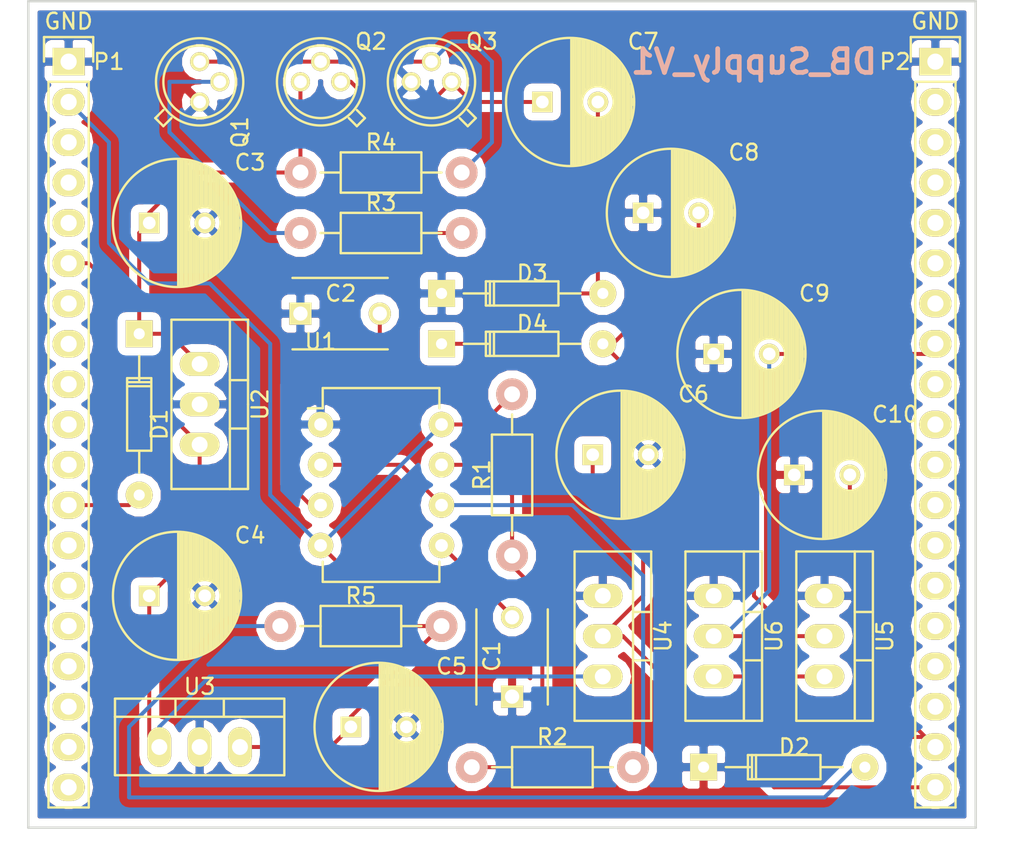
<source format=kicad_pcb>
(kicad_pcb (version 4) (host pcbnew 4.0.3+e1-6302~38~ubuntu16.04.1-stable)
  (layers (0 F.Cu signal) (31 B.Cu signal) (34 B.Paste user) (35 F.Paste user) (36 B.SilkS user) (37 F.SilkS user) (38 B.Mask user) (39 F.Mask user) (44 Edge.Cuts user))
  (net 0 "")
  (net 1 GND)
  (net 2 "Net-(C1-Pad2)")
  (net 3 "Net-(C2-Pad2)")
  (net 4 "Net-(C3-Pad1)")
  (net 5 "Net-(C4-Pad1)")
  (net 6 VCC)
  (net 7 "Net-(C6-Pad1)")
  (net 8 "Net-(C7-Pad2)")
  (net 9 "Net-(C7-Pad1)")
  (net 10 "Net-(C8-Pad2)")
  (net 11 "Net-(C9-Pad2)")
  (net 12 "Net-(C10-Pad2)")
  (net 13 "Net-(D1-Pad2)")
  (net 14 "Net-(D2-Pad2)")
  (net 15 "Net-(P1-Pad3)")
  (net 16 "Net-(P1-Pad4)")
  (net 17 "Net-(P1-Pad5)")
  (net 18 "Net-(P1-Pad7)")
  (net 19 "Net-(P1-Pad8)")
  (net 20 "Net-(P1-Pad9)")
  (net 21 "Net-(P1-Pad10)")
  (net 22 "Net-(P1-Pad11)")
  (net 23 "Net-(P1-Pad13)")
  (net 24 "Net-(P1-Pad14)")
  (net 25 "Net-(P1-Pad15)")
  (net 26 "Net-(P1-Pad16)")
  (net 27 "Net-(P1-Pad17)")
  (net 28 "Net-(P1-Pad18)")
  (net 29 "Net-(P1-Pad19)")
  (net 30 "Net-(P2-Pad2)")
  (net 31 "Net-(P2-Pad3)")
  (net 32 "Net-(P2-Pad4)")
  (net 33 "Net-(P2-Pad5)")
  (net 34 "Net-(P2-Pad6)")
  (net 35 "Net-(P2-Pad7)")
  (net 36 "Net-(P2-Pad9)")
  (net 37 "Net-(P2-Pad10)")
  (net 38 "Net-(P2-Pad11)")
  (net 39 "Net-(P2-Pad12)")
  (net 40 "Net-(P2-Pad13)")
  (net 41 "Net-(P2-Pad14)")
  (net 42 "Net-(P2-Pad15)")
  (net 43 "Net-(P2-Pad16)")
  (net 44 "Net-(P2-Pad17)")
  (net 45 "Net-(Q1-Pad2)")
  (net 46 "Net-(Q1-Pad3)")
  (net 47 "Net-(R1-Pad1)")
  (net 48 "Net-(R3-Pad2)")
  (module Echopen:C_TH_common (layer F.Cu) (at 60.96 84.455 90)
    (fp_text reference C1 (at 2.54 -1.27 90) (layer F.SilkS))
    (fp_text value 10n)
    (pad 1 thru_hole rect (at 0 0 90) (size 1.4 1.4) (drill 0.9) (layers *.Cu *.Mask F.SilkS) (net 1 GND))
    (pad 2 thru_hole circle (at 5 0 90) (size 1.4 1.4) (drill 0.9) (layers *.Cu *.Mask F.SilkS) (net 2 "Net-(C1-Pad2)"))
  )
  (module Echopen:C_TH_common (layer F.Cu) (at 47.625 60.325)
    (fp_text reference C2 (at 2.54 -1.27) (layer F.SilkS))
    (fp_text value 47n)
    (pad 1 thru_hole rect (at 0 0) (size 1.4 1.4) (drill 0.9) (layers *.Cu *.Mask F.SilkS) (net 1 GND))
    (pad 2 thru_hole circle (at 5 0) (size 1.4 1.4) (drill 0.9) (layers *.Cu *.Mask F.SilkS) (net 3 "Net-(C2-Pad2)"))
  )
  (module Echopen:CP_TH_common (layer F.Cu) (at 38.1 54.61)
    (fp_text reference C3 (at 6.35 -3.81) (layer F.SilkS))
    (fp_text value 220u)
    (pad 2 thru_hole circle (at 3.5 0) (size 1.3 1.3) (drill 0.8) (layers *.Cu *.Mask F.SilkS) (net 1 GND))
    (pad 1 thru_hole rect (at 0 0) (size 1.3 1.3) (drill 0.8) (layers *.Cu *.Mask F.SilkS) (net 4 "Net-(C3-Pad1)"))
  )
  (module Echopen:CP_TH_common (layer F.Cu) (at 38.1 78.105)
    (fp_text reference C4 (at 6.35 -3.81) (layer F.SilkS))
    (fp_text value 47u)
    (pad 2 thru_hole circle (at 3.5 0) (size 1.3 1.3) (drill 0.8) (layers *.Cu *.Mask F.SilkS) (net 1 GND))
    (pad 1 thru_hole rect (at 0 0) (size 1.3 1.3) (drill 0.8) (layers *.Cu *.Mask F.SilkS) (net 5 "Net-(C4-Pad1)"))
  )
  (module Echopen:CP_TH_common (layer F.Cu) (at 50.8 86.36)
    (fp_text reference C5 (at 6.35 -3.81) (layer F.SilkS))
    (fp_text value 47u)
    (pad 2 thru_hole circle (at 3.5 0) (size 1.3 1.3) (drill 0.8) (layers *.Cu *.Mask F.SilkS) (net 1 GND))
    (pad 1 thru_hole rect (at 0 0) (size 1.3 1.3) (drill 0.8) (layers *.Cu *.Mask F.SilkS) (net 6 VCC))
  )
  (module Echopen:CP_TH_common (layer F.Cu) (at 66.04 69.215)
    (fp_text reference C6 (at 6.35 -3.81) (layer F.SilkS))
    (fp_text value 47u)
    (pad 2 thru_hole circle (at 3.5 0) (size 1.3 1.3) (drill 0.8) (layers *.Cu *.Mask F.SilkS) (net 1 GND))
    (pad 1 thru_hole rect (at 0 0) (size 1.3 1.3) (drill 0.8) (layers *.Cu *.Mask F.SilkS) (net 7 "Net-(C6-Pad1)"))
  )
  (module Echopen:CP_TH_common (layer F.Cu) (at 62.865 46.99)
    (fp_text reference C7 (at 6.35 -3.81) (layer F.SilkS))
    (fp_text value 47u)
    (pad 2 thru_hole circle (at 3.5 0) (size 1.3 1.3) (drill 0.8) (layers *.Cu *.Mask F.SilkS) (net 8 "Net-(C7-Pad2)"))
    (pad 1 thru_hole rect (at 0 0) (size 1.3 1.3) (drill 0.8) (layers *.Cu *.Mask F.SilkS) (net 9 "Net-(C7-Pad1)"))
  )
  (module Echopen:CP_TH_common (layer F.Cu) (at 69.215 53.975)
    (fp_text reference C8 (at 6.35 -3.81) (layer F.SilkS))
    (fp_text value 47u)
    (pad 2 thru_hole circle (at 3.5 0) (size 1.3 1.3) (drill 0.8) (layers *.Cu *.Mask F.SilkS) (net 10 "Net-(C8-Pad2)"))
    (pad 1 thru_hole rect (at 0 0) (size 1.3 1.3) (drill 0.8) (layers *.Cu *.Mask F.SilkS) (net 1 GND))
  )
  (module Echopen:CP_TH_common (layer F.Cu) (at 73.66 62.865)
    (fp_text reference C9 (at 6.35 -3.81) (layer F.SilkS))
    (fp_text value 47u)
    (pad 2 thru_hole circle (at 3.5 0) (size 1.3 1.3) (drill 0.8) (layers *.Cu *.Mask F.SilkS) (net 11 "Net-(C9-Pad2)"))
    (pad 1 thru_hole rect (at 0 0) (size 1.3 1.3) (drill 0.8) (layers *.Cu *.Mask F.SilkS) (net 1 GND))
  )
  (module Echopen:CP_TH_common (layer F.Cu) (at 78.74 70.485)
    (fp_text reference C10 (at 6.35 -3.81) (layer F.SilkS))
    (fp_text value 47u)
    (pad 2 thru_hole circle (at 3.5 0) (size 1.3 1.3) (drill 0.8) (layers *.Cu *.Mask F.SilkS) (net 12 "Net-(C10-Pad2)"))
    (pad 1 thru_hole rect (at 0 0) (size 1.3 1.3) (drill 0.8) (layers *.Cu *.Mask F.SilkS) (net 1 GND))
  )
  (module Echopen:D_TH_common (layer F.Cu) (at 37.465 61.595 270)
    (fp_text reference D1 (at 5.715 -1.27 270) (layer F.SilkS))
    (fp_text value 1N4001)
    (pad 2 thru_hole circle (at 10.16052 -0.00254 90) (size 1.69926 1.69926) (drill 0.70104) (layers *.Cu *.Mask F.SilkS) (net 13 "Net-(D1-Pad2)"))
    (pad 1 thru_hole rect (at 0.00052 -0.00254 90) (size 1.69926 1.69926) (drill 0.70104) (layers *.Cu *.Mask F.SilkS) (net 4 "Net-(C3-Pad1)"))
  )
  (module Echopen:D_TH_common (layer F.Cu) (at 73.025 88.9)
    (fp_text reference D2 (at 5.715 -1.27) (layer F.SilkS))
    (fp_text value LED)
    (pad 2 thru_hole circle (at 10.16052 -0.00254 180) (size 1.69926 1.69926) (drill 0.70104) (layers *.Cu *.Mask F.SilkS) (net 14 "Net-(D2-Pad2)"))
    (pad 1 thru_hole rect (at 0.00052 -0.00254 180) (size 1.69926 1.69926) (drill 0.70104) (layers *.Cu *.Mask F.SilkS) (net 1 GND))
  )
  (module Echopen:D_TH_common (layer F.Cu) (at 56.515 59.055)
    (fp_text reference D3 (at 5.715 -1.27) (layer F.SilkS))
    (fp_text value 1N4001)
    (pad 2 thru_hole circle (at 10.16052 -0.00254 180) (size 1.69926 1.69926) (drill 0.70104) (layers *.Cu *.Mask F.SilkS) (net 8 "Net-(C7-Pad2)"))
    (pad 1 thru_hole rect (at 0.00052 -0.00254 180) (size 1.69926 1.69926) (drill 0.70104) (layers *.Cu *.Mask F.SilkS) (net 1 GND))
  )
  (module Echopen:D_TH_common (layer F.Cu) (at 56.515 62.23)
    (fp_text reference D4 (at 5.715 -1.27) (layer F.SilkS))
    (fp_text value 1N4001)
    (pad 2 thru_hole circle (at 10.16052 -0.00254 180) (size 1.69926 1.69926) (drill 0.70104) (layers *.Cu *.Mask F.SilkS) (net 10 "Net-(C8-Pad2)"))
    (pad 1 thru_hole rect (at 0.00052 -0.00254 180) (size 1.69926 1.69926) (drill 0.70104) (layers *.Cu *.Mask F.SilkS) (net 8 "Net-(C7-Pad2)"))
  )
  (module Echopen:TO-18_TH_common (layer F.Cu) (at 41.275 45.72 270)
    (fp_text reference Q1 (at 3.175 -2.54 270) (layer F.SilkS))
    (fp_text value 2N2222)
    (pad 1 thru_hole circle (at 1.27 0 270) (size 1.2 1.2) (drill 0.8) (layers *.Cu *.Mask F.SilkS) (net 1 GND))
    (pad 2 thru_hole circle (at 0 -1.27 270) (size 1.2 1.2) (drill 0.8) (layers *.Cu *.Mask F.SilkS) (net 45 "Net-(Q1-Pad2)"))
    (pad 3 thru_hole circle (at -1.27 0 270) (size 1.2 1.2) (drill 0.8) (layers *.Cu *.Mask F.SilkS) (net 46 "Net-(Q1-Pad3)"))
  )
  (module Echopen:TO-18_TH_common (layer F.Cu) (at 48.895 45.72)
    (fp_text reference Q2 (at 3.175 -2.54) (layer F.SilkS))
    (fp_text value 2N2222)
    (pad 1 thru_hole circle (at 1.27 0) (size 1.2 1.2) (drill 0.8) (layers *.Cu *.Mask F.SilkS) (net 9 "Net-(C7-Pad1)"))
    (pad 2 thru_hole circle (at 0 -1.27) (size 1.2 1.2) (drill 0.8) (layers *.Cu *.Mask F.SilkS) (net 46 "Net-(Q1-Pad3)"))
    (pad 3 thru_hole circle (at -1.27 0) (size 1.2 1.2) (drill 0.8) (layers *.Cu *.Mask F.SilkS) (net 4 "Net-(C3-Pad1)"))
  )
  (module Echopen:TO-18_TH_common (layer F.Cu) (at 55.88 45.72)
    (fp_text reference Q3 (at 3.175 -2.54) (layer F.SilkS))
    (fp_text value 2N2907)
    (pad 1 thru_hole circle (at 1.27 0) (size 1.2 1.2) (drill 0.8) (layers *.Cu *.Mask F.SilkS) (net 9 "Net-(C7-Pad1)"))
    (pad 2 thru_hole circle (at 0 -1.27) (size 1.2 1.2) (drill 0.8) (layers *.Cu *.Mask F.SilkS) (net 46 "Net-(Q1-Pad3)"))
    (pad 3 thru_hole circle (at -1.27 0) (size 1.2 1.2) (drill 0.8) (layers *.Cu *.Mask F.SilkS) (net 1 GND))
  )
  (module Echopen:Resistor_TH_common (layer F.Cu) (at 60.96 75.565 90)
    (fp_text reference R1 (at 5.08 -1.905 90) (layer F.SilkS))
    (fp_text value 2.2k)
    (pad 1 thru_hole circle (at 0 0 90) (size 1.99898 1.99898) (drill 1.00076) (layers *.Cu *.SilkS *.Mask) (net 47 "Net-(R1-Pad1)"))
    (pad 2 thru_hole circle (at 10.16 0 90) (size 1.99898 1.99898) (drill 1.00076) (layers *.Cu *.SilkS *.Mask) (net 6 VCC))
  )
  (module Echopen:Resistor_TH_common (layer F.Cu) (at 58.42 88.9)
    (fp_text reference R2 (at 5.08 -1.905) (layer F.SilkS))
    (fp_text value 12k)
    (pad 1 thru_hole circle (at 0 0) (size 1.99898 1.99898) (drill 1.00076) (layers *.Cu *.SilkS *.Mask) (net 47 "Net-(R1-Pad1)"))
    (pad 2 thru_hole circle (at 10.16 0) (size 1.99898 1.99898) (drill 1.00076) (layers *.Cu *.SilkS *.Mask) (net 3 "Net-(C2-Pad2)"))
  )
  (module Echopen:Resistor_TH_common (layer F.Cu) (at 47.625 55.245)
    (fp_text reference R3 (at 5.08 -1.905) (layer F.SilkS))
    (fp_text value 3.3k)
    (pad 1 thru_hole circle (at 0 0) (size 1.99898 1.99898) (drill 1.00076) (layers *.Cu *.SilkS *.Mask) (net 45 "Net-(Q1-Pad2)"))
    (pad 2 thru_hole circle (at 10.16 0) (size 1.99898 1.99898) (drill 1.00076) (layers *.Cu *.SilkS *.Mask) (net 48 "Net-(R3-Pad2)"))
  )
  (module Echopen:Resistor_TH_common (layer F.Cu) (at 47.625 51.435)
    (fp_text reference R4 (at 5.08 -1.905) (layer F.SilkS))
    (fp_text value 1.8k)
    (pad 1 thru_hole circle (at 0 0) (size 1.99898 1.99898) (drill 1.00076) (layers *.Cu *.SilkS *.Mask) (net 4 "Net-(C3-Pad1)"))
    (pad 2 thru_hole circle (at 10.16 0) (size 1.99898 1.99898) (drill 1.00076) (layers *.Cu *.SilkS *.Mask) (net 46 "Net-(Q1-Pad3)"))
  )
  (module Echopen:Resistor_TH_common (layer F.Cu) (at 46.355 80.01)
    (fp_text reference R5 (at 5.08 -1.905) (layer F.SilkS))
    (fp_text value 270)
    (pad 1 thru_hole circle (at 0 0) (size 1.99898 1.99898) (drill 1.00076) (layers *.Cu *.SilkS *.Mask) (net 14 "Net-(D2-Pad2)"))
    (pad 2 thru_hole circle (at 10.16 0) (size 1.99898 1.99898) (drill 1.00076) (layers *.Cu *.SilkS *.Mask) (net 6 VCC))
  )
  (module Housings_DIP:DIP-8_W7.62mm (layer F.Cu) (at 48.895 67.31)
    (fp_text reference U1 (at 0 -5.22) (layer F.SilkS))
    (fp_text value LM555N)
    (pad 1 thru_hole oval (at 0 0) (size 1.6 1.6) (drill 0.8) (layers *.Cu *.Mask F.SilkS) (net 1 GND))
    (pad 2 thru_hole oval (at 0 2.54) (size 1.6 1.6) (drill 0.8) (layers *.Cu *.Mask F.SilkS) (net 3 "Net-(C2-Pad2)"))
    (pad 3 thru_hole oval (at 0 5.08) (size 1.6 1.6) (drill 0.8) (layers *.Cu *.Mask F.SilkS) (net 48 "Net-(R3-Pad2)"))
    (pad 4 thru_hole oval (at 0 7.62) (size 1.6 1.6) (drill 0.8) (layers *.Cu *.Mask F.SilkS) (net 6 VCC))
    (pad 5 thru_hole oval (at 7.62 7.62) (size 1.6 1.6) (drill 0.8) (layers *.Cu *.Mask F.SilkS) (net 2 "Net-(C1-Pad2)"))
    (pad 6 thru_hole oval (at 7.62 5.08) (size 1.6 1.6) (drill 0.8) (layers *.Cu *.Mask F.SilkS) (net 3 "Net-(C2-Pad2)"))
    (pad 7 thru_hole oval (at 7.62 2.54) (size 1.6 1.6) (drill 0.8) (layers *.Cu *.Mask F.SilkS) (net 47 "Net-(R1-Pad1)"))
    (pad 8 thru_hole oval (at 7.62 0) (size 1.6 1.6) (drill 0.8) (layers *.Cu *.Mask F.SilkS) (net 6 VCC))
  )
  (module Echopen:TO-220_TH_common (layer F.Cu) (at 41.275 66.04 270)
    (fp_text reference U2 (at 0 -3.81 270) (layer F.SilkS))
    (fp_text value LM2940T-12.0/NOPB)
    (pad 2 thru_hole oval (at 0 0) (size 2.49936 1.50114) (drill 1.00076) (layers *.Cu *.Mask F.SilkS) (net 1 GND))
    (pad 1 thru_hole oval (at -2.54 0) (size 2.49936 1.50114) (drill 1.00076) (layers *.Cu *.Mask F.SilkS) (net 4 "Net-(C3-Pad1)"))
    (pad 3 thru_hole oval (at 2.54 0) (size 2.49936 1.50114) (drill 1.00076) (layers *.Cu *.Mask F.SilkS) (net 5 "Net-(C4-Pad1)"))
  )
  (module Echopen:TO-220_TH_common (layer F.Cu) (at 41.275 87.63)
    (fp_text reference U3 (at 0 -3.81) (layer F.SilkS))
    (fp_text value LM2940T-5.0/NOPB)
    (pad 2 thru_hole oval (at 0 0 90) (size 2.49936 1.50114) (drill 1.00076) (layers *.Cu *.Mask F.SilkS) (net 1 GND))
    (pad 1 thru_hole oval (at -2.54 0 90) (size 2.49936 1.50114) (drill 1.00076) (layers *.Cu *.Mask F.SilkS) (net 5 "Net-(C4-Pad1)"))
    (pad 3 thru_hole oval (at 2.54 0 90) (size 2.49936 1.50114) (drill 1.00076) (layers *.Cu *.Mask F.SilkS) (net 6 VCC))
  )
  (module Echopen:TO-220_TH_common (layer F.Cu) (at 66.675 80.645 270)
    (fp_text reference U4 (at 0 -3.81 270) (layer F.SilkS))
    (fp_text value LM1117T-3.3/NOPB)
    (pad 2 thru_hole oval (at 0 0) (size 2.49936 1.50114) (drill 1.00076) (layers *.Cu *.Mask F.SilkS) (net 7 "Net-(C6-Pad1)"))
    (pad 1 thru_hole oval (at -2.54 0) (size 2.49936 1.50114) (drill 1.00076) (layers *.Cu *.Mask F.SilkS) (net 1 GND))
    (pad 3 thru_hole oval (at 2.54 0) (size 2.49936 1.50114) (drill 1.00076) (layers *.Cu *.Mask F.SilkS) (net 5 "Net-(C4-Pad1)"))
  )
  (module Echopen:TO-220_TH_common (layer F.Cu) (at 80.645 80.645 270)
    (fp_text reference U5 (at 0 -3.81 270) (layer F.SilkS))
    (fp_text value LM2990T-12.0/NOPB)
    (pad 2 thru_hole oval (at 0 0) (size 2.49936 1.50114) (drill 1.00076) (layers *.Cu *.Mask F.SilkS) (net 10 "Net-(C8-Pad2)"))
    (pad 1 thru_hole oval (at -2.54 0) (size 2.49936 1.50114) (drill 1.00076) (layers *.Cu *.Mask F.SilkS) (net 1 GND))
    (pad 3 thru_hole oval (at 2.54 0) (size 2.49936 1.50114) (drill 1.00076) (layers *.Cu *.Mask F.SilkS) (net 11 "Net-(C9-Pad2)"))
  )
  (module Echopen:TO-220_TH_common (layer F.Cu) (at 73.66 80.645 270)
    (fp_text reference U6 (at 0 -3.81 270) (layer F.SilkS))
    (fp_text value LM2990T-5.0/NOPB)
    (pad 2 thru_hole oval (at 0 0) (size 2.49936 1.50114) (drill 1.00076) (layers *.Cu *.Mask F.SilkS) (net 11 "Net-(C9-Pad2)"))
    (pad 1 thru_hole oval (at -2.54 0) (size 2.49936 1.50114) (drill 1.00076) (layers *.Cu *.Mask F.SilkS) (net 1 GND))
    (pad 3 thru_hole oval (at 2.54 0) (size 2.49936 1.50114) (drill 1.00076) (layers *.Cu *.Mask F.SilkS) (net 12 "Net-(C10-Pad2)"))
  )
  (module Echopen:Header_pin_1x19 (layer F.Cu) (at 33.02 67.31)
    (fp_text reference P1 (at 2.54 -22.86) (layer F.SilkS))
    (fp_text value CONN_01X19)
    (fp_text user GND (at 0 -25.4) (layer F.SilkS))
    (pad 1 thru_hole rect (at 0 -22.86 270) (size 1.7272 2.032) (drill 1.016) (layers *.Cu *.Mask F.SilkS) (net 1 GND))
    (pad 2 thru_hole oval (at 0 -20.32 270) (size 1.7272 2.032) (drill 1.016) (layers *.Cu *.Mask F.SilkS) (net 6 VCC))
    (pad 3 thru_hole oval (at 0 -17.78 270) (size 1.7272 2.032) (drill 1.016) (layers *.Cu *.Mask F.SilkS) (net 15 "Net-(P1-Pad3)"))
    (pad 4 thru_hole oval (at 0 -15.24 270) (size 1.7272 2.032) (drill 1.016) (layers *.Cu *.Mask F.SilkS) (net 16 "Net-(P1-Pad4)"))
    (pad 5 thru_hole oval (at 0 -12.7 270) (size 1.7272 2.032) (drill 1.016) (layers *.Cu *.Mask F.SilkS) (net 17 "Net-(P1-Pad5)"))
    (pad 6 thru_hole oval (at 0 -10.16 270) (size 1.7272 2.032) (drill 1.016) (layers *.Cu *.Mask F.SilkS) (net 5 "Net-(C4-Pad1)"))
    (pad 7 thru_hole oval (at 0 -7.62 270) (size 1.7272 2.032) (drill 1.016) (layers *.Cu *.Mask F.SilkS) (net 18 "Net-(P1-Pad7)"))
    (pad 8 thru_hole oval (at 0 -5.08 270) (size 1.7272 2.032) (drill 1.016) (layers *.Cu *.Mask F.SilkS) (net 19 "Net-(P1-Pad8)"))
    (pad 9 thru_hole oval (at 0 -2.54 270) (size 1.7272 2.032) (drill 1.016) (layers *.Cu *.Mask F.SilkS) (net 20 "Net-(P1-Pad9)"))
    (pad 10 thru_hole oval (at 0 0 270) (size 1.7272 2.032) (drill 1.016) (layers *.Cu *.Mask F.SilkS) (net 21 "Net-(P1-Pad10)"))
    (pad 11 thru_hole oval (at 0 2.54 270) (size 1.7272 2.032) (drill 1.016) (layers *.Cu *.Mask F.SilkS) (net 22 "Net-(P1-Pad11)"))
    (pad 12 thru_hole oval (at 0 5.08 270) (size 1.7272 2.032) (drill 1.016) (layers *.Cu *.Mask F.SilkS) (net 13 "Net-(D1-Pad2)"))
    (pad 13 thru_hole oval (at 0 7.62 270) (size 1.7272 2.032) (drill 1.016) (layers *.Cu *.Mask F.SilkS) (net 23 "Net-(P1-Pad13)"))
    (pad 14 thru_hole oval (at 0 10.16 270) (size 1.7272 2.032) (drill 1.016) (layers *.Cu *.Mask F.SilkS) (net 24 "Net-(P1-Pad14)"))
    (pad 15 thru_hole oval (at 0 12.7 270) (size 1.7272 2.032) (drill 1.016) (layers *.Cu *.Mask F.SilkS) (net 25 "Net-(P1-Pad15)"))
    (pad 16 thru_hole oval (at 0 15.24 270) (size 1.7272 2.032) (drill 1.016) (layers *.Cu *.Mask F.SilkS) (net 26 "Net-(P1-Pad16)"))
    (pad 17 thru_hole oval (at 0 17.78 270) (size 1.7272 2.032) (drill 1.016) (layers *.Cu *.Mask F.SilkS) (net 27 "Net-(P1-Pad17)"))
    (pad 18 thru_hole oval (at 0 20.32 270) (size 1.7272 2.032) (drill 1.016) (layers *.Cu *.Mask F.SilkS) (net 28 "Net-(P1-Pad18)"))
    (pad 19 thru_hole oval (at 0 22.86 270) (size 1.7272 2.032) (drill 1.016) (layers *.Cu *.Mask F.SilkS) (net 29 "Net-(P1-Pad19)"))
  )
  (module Echopen:Header_pin_1x19 (layer F.Cu) (at 87.63 67.31)
    (fp_text reference P2 (at -2.54 -22.86) (layer F.SilkS))
    (fp_text value CONN_01X19)
    (fp_text user GND (at 0 -25.4) (layer F.SilkS))
    (pad 1 thru_hole rect (at 0 -22.86 270) (size 1.7272 2.032) (drill 1.016) (layers *.Cu *.Mask F.SilkS) (net 1 GND))
    (pad 2 thru_hole oval (at 0 -20.32 270) (size 1.7272 2.032) (drill 1.016) (layers *.Cu *.Mask F.SilkS) (net 30 "Net-(P2-Pad2)"))
    (pad 3 thru_hole oval (at 0 -17.78 270) (size 1.7272 2.032) (drill 1.016) (layers *.Cu *.Mask F.SilkS) (net 31 "Net-(P2-Pad3)"))
    (pad 4 thru_hole oval (at 0 -15.24 270) (size 1.7272 2.032) (drill 1.016) (layers *.Cu *.Mask F.SilkS) (net 32 "Net-(P2-Pad4)"))
    (pad 5 thru_hole oval (at 0 -12.7 270) (size 1.7272 2.032) (drill 1.016) (layers *.Cu *.Mask F.SilkS) (net 33 "Net-(P2-Pad5)"))
    (pad 6 thru_hole oval (at 0 -10.16 270) (size 1.7272 2.032) (drill 1.016) (layers *.Cu *.Mask F.SilkS) (net 34 "Net-(P2-Pad6)"))
    (pad 7 thru_hole oval (at 0 -7.62 270) (size 1.7272 2.032) (drill 1.016) (layers *.Cu *.Mask F.SilkS) (net 35 "Net-(P2-Pad7)"))
    (pad 8 thru_hole oval (at 0 -5.08 270) (size 1.7272 2.032) (drill 1.016) (layers *.Cu *.Mask F.SilkS) (net 11 "Net-(C9-Pad2)"))
    (pad 9 thru_hole oval (at 0 -2.54 270) (size 1.7272 2.032) (drill 1.016) (layers *.Cu *.Mask F.SilkS) (net 36 "Net-(P2-Pad9)"))
    (pad 10 thru_hole oval (at 0 0 270) (size 1.7272 2.032) (drill 1.016) (layers *.Cu *.Mask F.SilkS) (net 37 "Net-(P2-Pad10)"))
    (pad 11 thru_hole oval (at 0 2.54 270) (size 1.7272 2.032) (drill 1.016) (layers *.Cu *.Mask F.SilkS) (net 38 "Net-(P2-Pad11)"))
    (pad 12 thru_hole oval (at 0 5.08 270) (size 1.7272 2.032) (drill 1.016) (layers *.Cu *.Mask F.SilkS) (net 39 "Net-(P2-Pad12)"))
    (pad 13 thru_hole oval (at 0 7.62 270) (size 1.7272 2.032) (drill 1.016) (layers *.Cu *.Mask F.SilkS) (net 40 "Net-(P2-Pad13)"))
    (pad 14 thru_hole oval (at 0 10.16 270) (size 1.7272 2.032) (drill 1.016) (layers *.Cu *.Mask F.SilkS) (net 41 "Net-(P2-Pad14)"))
    (pad 15 thru_hole oval (at 0 12.7 270) (size 1.7272 2.032) (drill 1.016) (layers *.Cu *.Mask F.SilkS) (net 42 "Net-(P2-Pad15)"))
    (pad 16 thru_hole oval (at 0 15.24 270) (size 1.7272 2.032) (drill 1.016) (layers *.Cu *.Mask F.SilkS) (net 43 "Net-(P2-Pad16)"))
    (pad 17 thru_hole oval (at 0 17.78 270) (size 1.7272 2.032) (drill 1.016) (layers *.Cu *.Mask F.SilkS) (net 44 "Net-(P2-Pad17)"))
    (pad 18 thru_hole oval (at 0 20.32 270) (size 1.7272 2.032) (drill 1.016) (layers *.Cu *.Mask F.SilkS) (net 12 "Net-(C10-Pad2)"))
    (pad 19 thru_hole oval (at 0 22.86 270) (size 1.7272 2.032) (drill 1.016) (layers *.Cu *.Mask F.SilkS) (net 7 "Net-(C6-Pad1)"))
  )
  (gr_text DB_Supply_V1 (at 76.2 44.45) (layer B.SilkS) (effects (font (size 1.5 1.5) (thickness 0.3)) (justify mirror)))
  (gr_line (start 90.17 40.64) (end 30.48 40.64) (angle 90) (layer Edge.Cuts) (width 0.15))
  (gr_line (start 90.17 92.71) (end 90.17 40.64) (angle 90) (layer Edge.Cuts) (width 0.15))
  (gr_line (start 30.48 92.71) (end 90.17 92.71) (angle 90) (layer Edge.Cuts) (width 0.15))
  (gr_line (start 30.48 40.64) (end 30.48 92.71) (angle 90) (layer Edge.Cuts) (width 0.15))
  (segment (start 60.96 79.455) (end 60.96 79.375) (width 0.25) (layer F.Cu) (net 2))
  (segment (start 60.96 79.375) (end 56.515 74.93) (width 0.25) (layer F.Cu) (net 2))
  (segment (start 56.515 72.39) (end 64.77 72.39) (width 0.25) (layer B.Cu) (net 3))
  (segment (start 69.215 76.835) (end 69.215 88.265) (width 0.25) (layer B.Cu) (net 3))
  (segment (start 64.77 72.39) (end 69.215 76.835) (width 0.25) (layer B.Cu) (net 3))
  (segment (start 69.215 88.265) (end 68.58 88.9) (width 0.25) (layer B.Cu) (net 3))
  (segment (start 52.625 60.325) (end 52.625 69.85) (width 0.25) (layer F.Cu) (net 3))
  (segment (start 52.625 69.85) (end 52.705 69.85) (width 0.25) (layer F.Cu) (net 3))
  (segment (start 48.895 69.85) (end 52.705 69.85) (width 0.25) (layer F.Cu) (net 3))
  (segment (start 52.705 69.85) (end 53.975 69.85) (width 0.25) (layer F.Cu) (net 3))
  (segment (start 53.975 69.85) (end 56.515 72.39) (width 0.25) (layer F.Cu) (net 3))
  (segment (start 47.625 51.435) (end 47.625 45.72) (width 0.25) (layer F.Cu) (net 4))
  (segment (start 38.1 54.61) (end 38.1 53.975) (width 0.25) (layer F.Cu) (net 4))
  (segment (start 38.1 53.975) (end 40.64 51.435) (width 0.25) (layer F.Cu) (net 4))
  (segment (start 40.64 51.435) (end 47.625 51.435) (width 0.25) (layer F.Cu) (net 4))
  (segment (start 37.46754 61.59552) (end 37.46754 55.24246) (width 0.25) (layer F.Cu) (net 4))
  (segment (start 37.46754 55.24246) (end 38.1 54.61) (width 0.25) (layer F.Cu) (net 4))
  (segment (start 37.46754 61.59552) (end 39.37052 61.59552) (width 0.25) (layer F.Cu) (net 4))
  (segment (start 39.37052 61.59552) (end 41.275 63.5) (width 0.25) (layer F.Cu) (net 4))
  (segment (start 33.02 57.15) (end 34.29 57.15) (width 0.25) (layer F.Cu) (net 5))
  (segment (start 35.56 62.865) (end 41.275 68.58) (width 0.25) (layer F.Cu) (net 5))
  (segment (start 35.56 58.42) (end 35.56 62.865) (width 0.25) (layer F.Cu) (net 5))
  (segment (start 34.29 57.15) (end 35.56 58.42) (width 0.25) (layer F.Cu) (net 5))
  (segment (start 38.735 87.63) (end 38.735 86.36) (width 0.25) (layer B.Cu) (net 5))
  (segment (start 41.91 83.185) (end 66.675 83.185) (width 0.25) (layer B.Cu) (net 5))
  (segment (start 38.735 86.36) (end 41.91 83.185) (width 0.25) (layer B.Cu) (net 5))
  (segment (start 38.1 78.105) (end 38.1 86.995) (width 0.25) (layer F.Cu) (net 5))
  (segment (start 38.1 86.995) (end 38.735 87.63) (width 0.25) (layer F.Cu) (net 5))
  (segment (start 41.275 68.58) (end 41.275 74.93) (width 0.25) (layer F.Cu) (net 5))
  (segment (start 41.275 74.93) (end 38.1 78.105) (width 0.25) (layer F.Cu) (net 5))
  (segment (start 33.02 46.99) (end 35.56 49.53) (width 0.25) (layer B.Cu) (net 6))
  (segment (start 45.72 71.755) (end 48.895 74.93) (width 0.25) (layer B.Cu) (net 6))
  (segment (start 45.72 62.23) (end 45.72 71.755) (width 0.25) (layer B.Cu) (net 6))
  (segment (start 41.91 58.42) (end 45.72 62.23) (width 0.25) (layer B.Cu) (net 6))
  (segment (start 38.1 58.42) (end 41.91 58.42) (width 0.25) (layer B.Cu) (net 6))
  (segment (start 35.56 55.88) (end 38.1 58.42) (width 0.25) (layer B.Cu) (net 6))
  (segment (start 35.56 53.34) (end 35.56 55.88) (width 0.25) (layer B.Cu) (net 6))
  (segment (start 35.56 49.53) (end 35.56 53.34) (width 0.25) (layer B.Cu) (net 6))
  (segment (start 50.8 86.36) (end 50.8 85.725) (width 0.25) (layer F.Cu) (net 6))
  (segment (start 50.8 85.725) (end 56.515 80.01) (width 0.25) (layer F.Cu) (net 6))
  (segment (start 56.515 67.31) (end 48.895 74.93) (width 0.25) (layer B.Cu) (net 6))
  (segment (start 56.515 67.31) (end 59.055 67.31) (width 0.25) (layer F.Cu) (net 6))
  (segment (start 59.055 67.31) (end 60.96 65.405) (width 0.25) (layer F.Cu) (net 6))
  (segment (start 56.515 80.01) (end 53.975 80.01) (width 0.25) (layer F.Cu) (net 6))
  (segment (start 53.975 80.01) (end 48.895 74.93) (width 0.25) (layer F.Cu) (net 6))
  (segment (start 43.815 87.63) (end 49.53 87.63) (width 0.25) (layer F.Cu) (net 6))
  (segment (start 49.53 87.63) (end 50.8 86.36) (width 0.25) (layer F.Cu) (net 6))
  (segment (start 66.675 80.645) (end 67.945 80.645) (width 0.25) (layer F.Cu) (net 7))
  (segment (start 77.47 90.17) (end 87.63 90.17) (width 0.25) (layer F.Cu) (net 7))
  (segment (start 67.945 80.645) (end 77.47 90.17) (width 0.25) (layer F.Cu) (net 7))
  (segment (start 66.675 80.645) (end 69.215 78.105) (width 0.25) (layer F.Cu) (net 7))
  (segment (start 66.04 71.12) (end 66.04 69.215) (width 0.25) (layer F.Cu) (net 7))
  (segment (start 69.215 74.295) (end 66.04 71.12) (width 0.25) (layer F.Cu) (net 7))
  (segment (start 69.215 78.105) (end 69.215 74.295) (width 0.25) (layer F.Cu) (net 7))
  (segment (start 56.51552 62.22746) (end 60.32754 62.22746) (width 0.25) (layer F.Cu) (net 8))
  (segment (start 63.50254 59.05246) (end 66.67552 59.05246) (width 0.25) (layer F.Cu) (net 8))
  (segment (start 60.32754 62.22746) (end 63.50254 59.05246) (width 0.25) (layer F.Cu) (net 8))
  (segment (start 66.365 46.99) (end 66.365 58.74194) (width 0.25) (layer F.Cu) (net 8))
  (segment (start 66.365 58.74194) (end 66.67552 59.05246) (width 0.25) (layer F.Cu) (net 8))
  (segment (start 50.165 45.72) (end 50.8 45.72) (width 0.25) (layer F.Cu) (net 9))
  (segment (start 55.88 46.99) (end 57.15 45.72) (width 0.25) (layer F.Cu) (net 9))
  (segment (start 52.07 46.99) (end 55.88 46.99) (width 0.25) (layer F.Cu) (net 9))
  (segment (start 50.8 45.72) (end 52.07 46.99) (width 0.25) (layer F.Cu) (net 9))
  (segment (start 62.865 46.99) (end 58.42 46.99) (width 0.25) (layer F.Cu) (net 9))
  (segment (start 58.42 46.99) (end 57.15 45.72) (width 0.25) (layer F.Cu) (net 9))
  (segment (start 80.645 80.645) (end 78.74 80.645) (width 0.25) (layer F.Cu) (net 10))
  (segment (start 76.2 71.75194) (end 66.67552 62.22746) (width 0.25) (layer F.Cu) (net 10))
  (segment (start 76.2 78.105) (end 76.2 71.75194) (width 0.25) (layer F.Cu) (net 10))
  (segment (start 78.74 80.645) (end 76.2 78.105) (width 0.25) (layer F.Cu) (net 10))
  (segment (start 66.67552 62.22746) (end 67.31254 62.22746) (width 0.25) (layer F.Cu) (net 10))
  (segment (start 67.31254 62.22746) (end 72.715 56.825) (width 0.25) (layer F.Cu) (net 10))
  (segment (start 72.715 56.825) (end 72.715 53.975) (width 0.25) (layer F.Cu) (net 10))
  (segment (start 77.16 62.865) (end 86.995 62.865) (width 0.25) (layer F.Cu) (net 11))
  (segment (start 86.995 62.865) (end 87.63 62.23) (width 0.25) (layer F.Cu) (net 11))
  (segment (start 80.645 83.185) (end 78.74 83.185) (width 0.25) (layer F.Cu) (net 11))
  (segment (start 76.2 80.645) (end 73.66 80.645) (width 0.25) (layer F.Cu) (net 11))
  (segment (start 78.74 83.185) (end 76.2 80.645) (width 0.25) (layer F.Cu) (net 11))
  (segment (start 73.66 80.645) (end 74.295 80.645) (width 0.25) (layer B.Cu) (net 11))
  (segment (start 74.295 80.645) (end 77.16 77.78) (width 0.25) (layer B.Cu) (net 11))
  (segment (start 77.16 77.78) (end 77.16 62.865) (width 0.25) (layer B.Cu) (net 11))
  (segment (start 73.66 83.185) (end 76.835 83.185) (width 0.25) (layer F.Cu) (net 12))
  (segment (start 80.645 86.995) (end 86.995 86.995) (width 0.25) (layer F.Cu) (net 12))
  (segment (start 76.835 83.185) (end 80.645 86.995) (width 0.25) (layer F.Cu) (net 12))
  (segment (start 82.24 70.485) (end 82.24 73.35) (width 0.25) (layer F.Cu) (net 12))
  (segment (start 84.455 84.455) (end 86.995 86.995) (width 0.25) (layer F.Cu) (net 12))
  (segment (start 84.455 75.565) (end 84.455 84.455) (width 0.25) (layer F.Cu) (net 12))
  (segment (start 82.24 73.35) (end 84.455 75.565) (width 0.25) (layer F.Cu) (net 12))
  (segment (start 33.02 72.39) (end 36.83306 72.39) (width 0.25) (layer F.Cu) (net 13))
  (segment (start 36.83306 72.39) (end 37.46754 71.75552) (width 0.25) (layer F.Cu) (net 13))
  (segment (start 37.46702 71.755) (end 37.46754 71.75552) (width 0.25) (layer F.Cu) (net 13))
  (segment (start 46.355 80.01) (end 43.18 80.01) (width 0.25) (layer B.Cu) (net 14))
  (segment (start 80.645 90.805) (end 82.55254 88.89746) (width 0.25) (layer B.Cu) (net 14))
  (segment (start 36.83 90.805) (end 80.645 90.805) (width 0.25) (layer B.Cu) (net 14))
  (segment (start 36.83 86.36) (end 36.83 90.805) (width 0.25) (layer B.Cu) (net 14))
  (segment (start 43.18 80.01) (end 36.83 86.36) (width 0.25) (layer B.Cu) (net 14))
  (segment (start 82.55254 88.89746) (end 83.18552 88.89746) (width 0.25) (layer B.Cu) (net 14))
  (segment (start 42.545 45.72) (end 39.37 45.72) (width 0.25) (layer B.Cu) (net 45))
  (segment (start 45.72 55.245) (end 47.625 55.245) (width 0.25) (layer B.Cu) (net 45))
  (segment (start 39.37 48.895) (end 45.72 55.245) (width 0.25) (layer B.Cu) (net 45))
  (segment (start 39.37 45.72) (end 39.37 48.895) (width 0.25) (layer B.Cu) (net 45))
  (segment (start 55.88 44.45) (end 57.15 43.18) (width 0.25) (layer B.Cu) (net 46))
  (segment (start 59.69 49.53) (end 57.785 51.435) (width 0.25) (layer B.Cu) (net 46))
  (segment (start 59.69 44.45) (end 59.69 49.53) (width 0.25) (layer B.Cu) (net 46))
  (segment (start 58.42 43.18) (end 59.69 44.45) (width 0.25) (layer B.Cu) (net 46))
  (segment (start 57.15 43.18) (end 58.42 43.18) (width 0.25) (layer B.Cu) (net 46))
  (segment (start 57.785 51.435) (end 57.785 50.8) (width 0.25) (layer B.Cu) (net 46))
  (segment (start 48.895 44.45) (end 55.88 44.45) (width 0.25) (layer F.Cu) (net 46))
  (segment (start 41.275 44.45) (end 48.895 44.45) (width 0.25) (layer F.Cu) (net 46))
  (segment (start 60.96 75.565) (end 60.96 76.2) (width 0.25) (layer F.Cu) (net 47))
  (segment (start 60.96 76.2) (end 62.865 78.105) (width 0.25) (layer F.Cu) (net 47))
  (segment (start 60.325 88.9) (end 58.42 88.9) (width 0.25) (layer F.Cu) (net 47))
  (segment (start 62.865 86.36) (end 60.325 88.9) (width 0.25) (layer F.Cu) (net 47))
  (segment (start 62.865 78.105) (end 62.865 86.36) (width 0.25) (layer F.Cu) (net 47))
  (segment (start 60.96 75.565) (end 60.96 71.755) (width 0.25) (layer F.Cu) (net 47))
  (segment (start 59.055 69.85) (end 56.515 69.85) (width 0.25) (layer F.Cu) (net 47))
  (segment (start 60.96 71.755) (end 59.055 69.85) (width 0.25) (layer F.Cu) (net 47))
  (segment (start 48.895 72.39) (end 48.26 72.39) (width 0.25) (layer F.Cu) (net 48))
  (segment (start 48.26 72.39) (end 46.99 71.12) (width 0.25) (layer F.Cu) (net 48))
  (segment (start 46.99 71.12) (end 46.99 64.77) (width 0.25) (layer F.Cu) (net 48))
  (segment (start 46.99 64.77) (end 50.8 60.96) (width 0.25) (layer F.Cu) (net 48))
  (segment (start 50.8 60.96) (end 50.8 58.42) (width 0.25) (layer F.Cu) (net 48))
  (segment (start 50.8 58.42) (end 53.975 55.245) (width 0.25) (layer F.Cu) (net 48))
  (segment (start 53.975 55.245) (end 57.785 55.245) (width 0.25) (layer F.Cu) (net 48))
  (zone (net 1) (net_name GND) (layer F.Cu) (connect_pads (clearance 0.508)) (min_thickness 0.254) (fill yes (arc_segments 16) (thermal_gap 0.508) (thermal_bridge_width 0.508))
    (polygon (pts (xy 90.17 92.71) (xy 30.48 92.71) (xy 30.48 40.64) (xy 90.17 40.64)))
  )
  (zone (net 1) (net_name GND) (layer B.Cu) (connect_pads (clearance 0.508)) (min_thickness 0.254) (fill yes (arc_segments 16) (thermal_gap 0.508) (thermal_bridge_width 0.508))
    (polygon (pts (xy 90.17 92.71) (xy 30.48 92.71) (xy 30.48 40.64) (xy 90.17 40.64)))
  )
)
</source>
